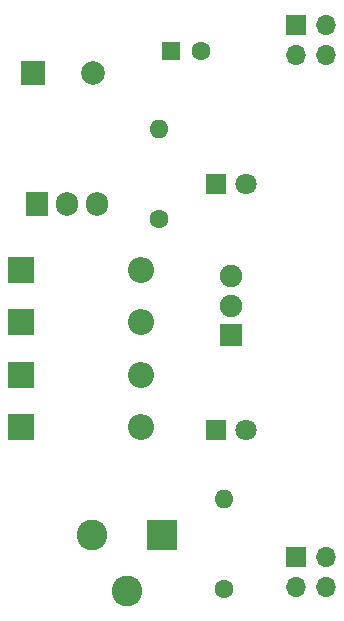
<source format=gbs>
%TF.GenerationSoftware,KiCad,Pcbnew,(5.1.8)-1*%
%TF.CreationDate,2020-12-06T17:51:36-05:00*%
%TF.ProjectId,Breadboar Power Supply v1,42726561-6462-46f6-9172-20506f776572,1.0*%
%TF.SameCoordinates,Original*%
%TF.FileFunction,Soldermask,Bot*%
%TF.FilePolarity,Negative*%
%FSLAX46Y46*%
G04 Gerber Fmt 4.6, Leading zero omitted, Abs format (unit mm)*
G04 Created by KiCad (PCBNEW (5.1.8)-1) date 2020-12-06 17:51:36*
%MOMM*%
%LPD*%
G01*
G04 APERTURE LIST*
%ADD10R,2.000000X2.000000*%
%ADD11C,2.000000*%
%ADD12R,1.600000X1.600000*%
%ADD13C,1.600000*%
%ADD14R,2.200000X2.200000*%
%ADD15O,2.200000X2.200000*%
%ADD16C,1.800000*%
%ADD17R,1.800000X1.800000*%
%ADD18R,2.600000X2.600000*%
%ADD19C,2.600000*%
%ADD20R,1.700000X1.700000*%
%ADD21O,1.700000X1.700000*%
%ADD22O,1.600000X1.600000*%
%ADD23R,1.900000X1.900000*%
%ADD24C,1.900000*%
%ADD25R,1.905000X2.000000*%
%ADD26O,1.905000X2.000000*%
G04 APERTURE END LIST*
D10*
%TO.C,C1*%
X175387000Y-90297000D03*
D11*
X180387000Y-90297000D03*
%TD*%
D12*
%TO.C,C2*%
X187071000Y-88392000D03*
D13*
X189571000Y-88392000D03*
%TD*%
D14*
%TO.C,D1*%
X174349001Y-115815333D03*
D15*
X184509001Y-115815333D03*
%TD*%
%TO.C,D2*%
X184509001Y-106908001D03*
D14*
X174349001Y-106908001D03*
%TD*%
D15*
%TO.C,D3*%
X184509001Y-120269000D03*
D14*
X174349001Y-120269000D03*
%TD*%
%TO.C,D4*%
X174349001Y-111361667D03*
D15*
X184509001Y-111361667D03*
%TD*%
D16*
%TO.C,D5*%
X193367000Y-120523000D03*
D17*
X190827000Y-120523000D03*
%TD*%
%TO.C,D6*%
X190827000Y-99695000D03*
D16*
X193367000Y-99695000D03*
%TD*%
D18*
%TO.C,J1*%
X186309000Y-129413000D03*
D19*
X180309000Y-129413000D03*
X183309000Y-134113000D03*
%TD*%
D20*
%TO.C,J2*%
X197585000Y-86213000D03*
D21*
X200125000Y-86213000D03*
X197585000Y-88753000D03*
X200125000Y-88753000D03*
%TD*%
%TO.C,J3*%
X200125000Y-133747000D03*
X197585000Y-133747000D03*
X200125000Y-131207000D03*
D20*
X197585000Y-131207000D03*
%TD*%
D22*
%TO.C,R1*%
X191516000Y-126365000D03*
D13*
X191516000Y-133985000D03*
%TD*%
%TO.C,R2*%
X186055000Y-102616000D03*
D22*
X186055000Y-94996000D03*
%TD*%
D23*
%TO.C,SW1*%
X192102000Y-112454000D03*
D24*
X192102000Y-109954000D03*
X192102000Y-107454000D03*
%TD*%
D25*
%TO.C,U1*%
X175709001Y-101346000D03*
D26*
X178249001Y-101346000D03*
X180789001Y-101346000D03*
%TD*%
M02*

</source>
